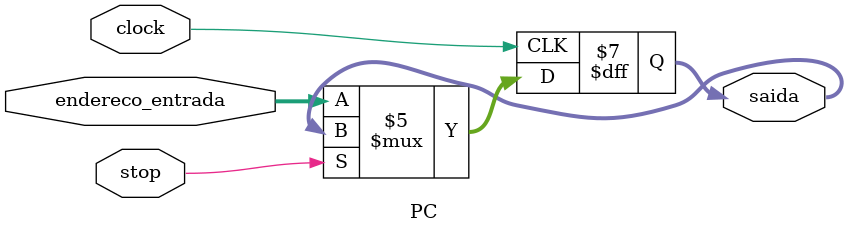
<source format=v>
module PC (clock, endereco_entrada, saida, stop);

input clock, stop;
input [31:0] endereco_entrada;

output reg [31:0] saida;

reg [3:0] controle;

initial begin
	saida = 0;
end

always @(negedge clock)
	begin
		if(!stop)
			begin
				saida = endereco_entrada;
			end
	end

endmodule

</source>
